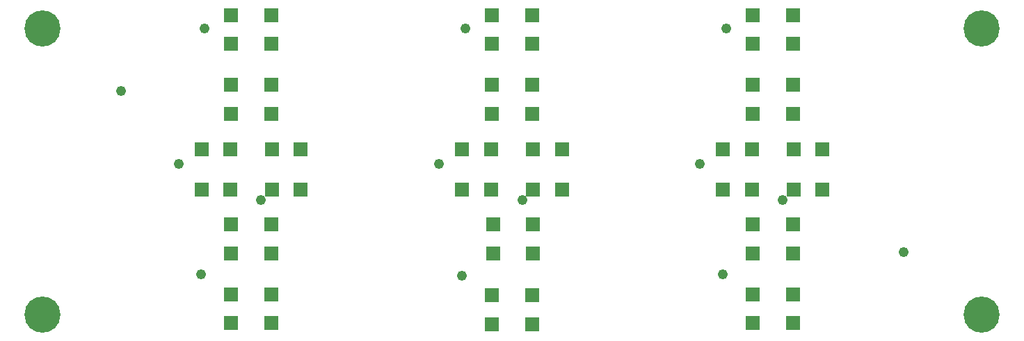
<source format=gts>
%FSLAX25Y25*%
%MOIN*%
G70*
G01*
G75*
G04 Layer_Color=128*
%ADD10R,0.05906X0.05906*%
%ADD11R,0.05906X0.05906*%
%ADD12C,0.02500*%
%ADD13C,0.16500*%
%ADD14C,0.04000*%
%ADD15R,0.17716X0.12205*%
%ADD16R,0.08000X0.05000*%
%ADD17C,0.05000*%
%ADD18C,0.01000*%
%ADD19C,0.01200*%
%ADD20C,0.01500*%
%ADD21R,0.04906X0.04906*%
%ADD22R,0.04906X0.04906*%
%ADD23R,0.16716X0.11205*%
%ADD24R,0.07000X0.04000*%
%ADD25R,0.06706X0.06706*%
%ADD26R,0.06706X0.06706*%
%ADD27C,0.17300*%
%ADD28C,0.04800*%
D25*
X1252854Y942610D02*
D03*
Y956390D02*
D03*
X1272146Y942610D02*
D03*
Y956390D02*
D03*
X1252854Y909110D02*
D03*
Y922890D02*
D03*
X1272146Y909110D02*
D03*
Y922890D02*
D03*
X1252854Y842110D02*
D03*
Y855890D02*
D03*
X1272146Y842110D02*
D03*
Y855890D02*
D03*
X1252854Y808610D02*
D03*
Y822390D02*
D03*
X1272146Y808610D02*
D03*
Y822390D02*
D03*
X1127854Y942610D02*
D03*
Y956390D02*
D03*
X1147146Y942610D02*
D03*
Y956390D02*
D03*
X1127854Y909110D02*
D03*
Y922890D02*
D03*
X1147146Y909110D02*
D03*
Y922890D02*
D03*
X1128354Y842110D02*
D03*
Y855890D02*
D03*
X1147646Y842110D02*
D03*
Y855890D02*
D03*
X1127854Y808110D02*
D03*
Y821890D02*
D03*
X1147146Y808110D02*
D03*
Y821890D02*
D03*
X1002854Y942610D02*
D03*
Y956390D02*
D03*
X1022146Y942610D02*
D03*
Y956390D02*
D03*
X1002854Y909110D02*
D03*
Y922890D02*
D03*
X1022146Y909110D02*
D03*
Y922890D02*
D03*
X1002854Y842110D02*
D03*
Y855890D02*
D03*
X1022146Y842110D02*
D03*
Y855890D02*
D03*
X1002854Y808610D02*
D03*
Y822390D02*
D03*
X1022146Y808610D02*
D03*
Y822390D02*
D03*
D26*
X1252390Y872687D02*
D03*
X1238610D02*
D03*
X1252390Y891978D02*
D03*
X1238610D02*
D03*
X1286122Y872687D02*
D03*
X1272342D02*
D03*
X1286122Y891978D02*
D03*
X1272342D02*
D03*
X1127390Y872687D02*
D03*
X1113610D02*
D03*
X1127390Y891978D02*
D03*
X1113610D02*
D03*
X1161390Y872687D02*
D03*
X1147610D02*
D03*
X1161390Y891978D02*
D03*
X1147610D02*
D03*
X1002658Y872687D02*
D03*
X988878D02*
D03*
X1002658Y891978D02*
D03*
X988878D02*
D03*
X1036122Y872687D02*
D03*
X1022342D02*
D03*
X1036122Y891978D02*
D03*
X1022342D02*
D03*
D27*
X912500Y812500D02*
D03*
Y950000D02*
D03*
X1362500D02*
D03*
Y812500D02*
D03*
D28*
X1325000Y842500D02*
D03*
X950000Y920000D02*
D03*
X1142500Y867500D02*
D03*
X1102500Y885000D02*
D03*
X1227500D02*
D03*
X977768D02*
D03*
X1267232Y867576D02*
D03*
X1017232D02*
D03*
X990000Y950000D02*
D03*
X1115000D02*
D03*
X1240000D02*
D03*
X1238610Y831890D02*
D03*
X1113610Y831390D02*
D03*
X988610Y831890D02*
D03*
M02*

</source>
